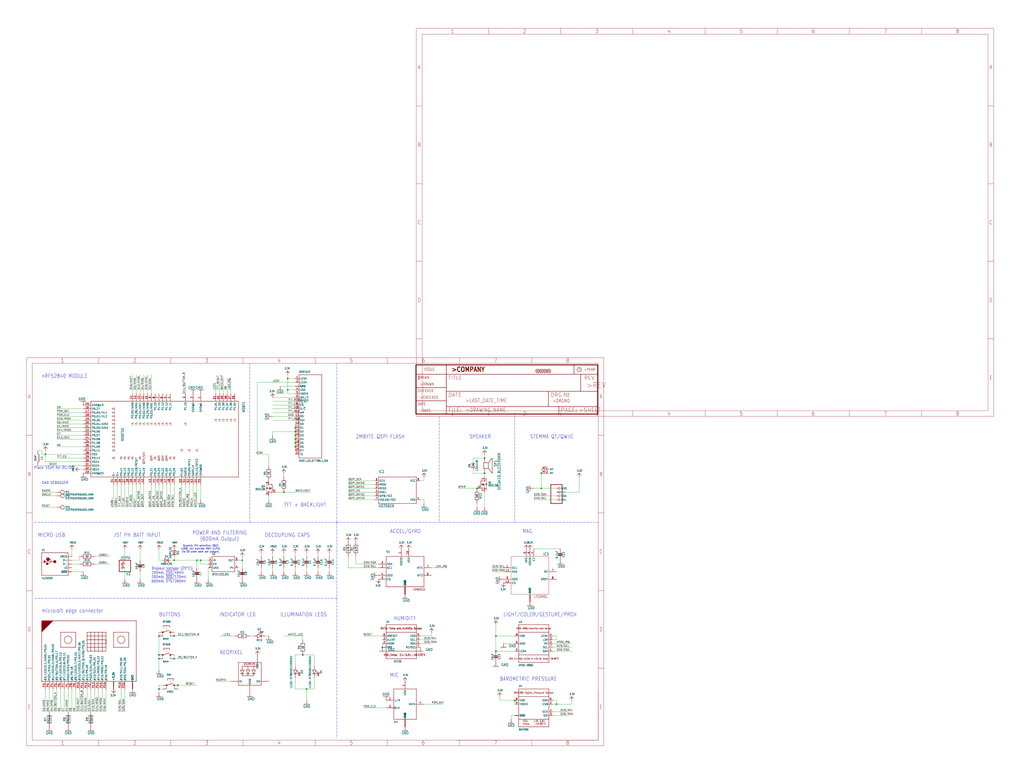
<source format=kicad_sch>
(kicad_sch (version 20211123) (generator eeschema)
  (paper "User" 687.07 520.141)
  (junction (at 320.04 327.66))
  (junction (at 162.56 375.92))
  (junction (at 205.74 462.28))
  (junction (at 363.22 317.5))
  (junction (at 332.74 436.88))
  (junction (at 345.44 469.9))
  (junction (at 198.12 294.64))
  (junction (at 119.38 459.74))
  (junction (at 198.12 289.56))
  (junction (at 198.12 299.72))
  (junction (at 325.12 307.34))
  (junction (at 325.12 317.5))
  (junction (at 193.04 254))
  (junction (at 106.68 426.72))
  (junction (at 198.12 287.02))
  (junction (at 198.12 292.1))
  (junction (at 106.68 462.28))
  (junction (at 198.12 297.18))
  (junction (at 30.48 304.8))
  (junction (at 106.68 441.96))
  (junction (at 116.84 375.92))
  (junction (at 190.5 330.2))
  (junction (at 203.2 439.42))
  (junction (at 132.08 375.92))
  (junction (at 134.62 375.92))
  (junction (at 363.22 327.66))
  (junction (at 116.84 441.96))
  (junction (at 193.04 261.62))
  (junction (at 256.54 434.34))
  (junction (at 116.84 426.72))
  (junction (at 373.38 472.44))
  (junction (at 106.68 439.42))
  (junction (at 332.74 426.72))
  (wire (pts (xy 198.12 292.1) (xy 198.12 294.64)))
  (wire (pts (xy 205.74 462.28) (xy 210.82 462.28)))
  (wire (pts (xy 106.68 441.96) (xy 106.68 449.58)))
  (wire (pts (xy 71.12 462.28) (xy 71.12 477.52)))
  (wire (pts (xy 50.8 462.28) (xy 50.8 477.52)))
  (wire (pts (xy 251.46 325.12) (xy 233.68 325.12)))
  (wire (pts (xy 101.6 264.16) (xy 101.6 251.46)))
  (wire (pts (xy 55.88 309.88) (xy 30.48 309.88)))
  (wire (pts (xy 259.08 474.98) (xy 243.84 474.98)))
  (wire (pts (xy 233.68 327.66) (xy 251.46 327.66)))
  (wire (pts (xy 48.26 462.28) (xy 48.26 477.52)))
  (wire (pts (xy 106.68 462.28) (xy 106.68 464.82)))
  (wire (pts (xy 106.68 375.92) (xy 106.68 368.3)))
  (wire (pts (xy 317.5 314.96) (xy 317.5 317.5)))
  (wire (pts (xy 99.06 264.16) (xy 99.06 251.46)))
  (wire (pts (xy 83.82 462.28) (xy 83.82 477.52)))
  (wire (pts (xy 284.48 335.28) (xy 284.48 337.82)))
  (wire (pts (xy 182.88 281.94) (xy 198.12 281.94)))
  (wire (pts (xy 55.88 312.42) (xy 25.4 312.42)))
  (wire (pts (xy 109.22 459.74) (xy 106.68 459.74)))
  (wire (pts (xy 53.34 462.28) (xy 53.34 477.52)))
  (wire (pts (xy 370.84 477.52) (xy 381 477.52)))
  (wire (pts (xy 132.08 375.92) (xy 134.62 375.92)))
  (wire (pts (xy 254 378.46) (xy 238.76 378.46)))
  (wire (pts (xy 182.88 381) (xy 182.88 383.54)))
  (wire (pts (xy 332.74 436.88) (xy 332.74 426.72)))
  (wire (pts (xy 198.12 279.4) (xy 182.88 279.4)))
  (wire (pts (xy 121.92 325.12) (xy 121.92 340.36)))
  (wire (pts (xy 124.46 325.12) (xy 124.46 340.36)))
  (wire (pts (xy 81.28 462.28) (xy 81.28 477.52)))
  (wire (pts (xy 180.34 426.72) (xy 177.8 426.72)))
  (wire (pts (xy 78.74 325.12) (xy 78.74 340.36)))
  (wire (pts (xy 116.84 426.72) (xy 129.54 426.72)))
  (wire (pts (xy 383.54 434.34) (xy 370.84 434.34)))
  (wire (pts (xy 132.08 325.12) (xy 132.08 340.36)))
  (wire (pts (xy 198.12 462.28) (xy 205.74 462.28)))
  (wire (pts (xy 109.22 375.92) (xy 106.68 375.92)))
  (wire (pts (xy 160.02 375.92) (xy 162.56 375.92)))
  (wire (pts (xy 203.2 426.72) (xy 190.5 426.72)))
  (wire (pts (xy 91.44 264.16) (xy 91.44 251.46)))
  (wire (pts (xy 154.94 264.16) (xy 154.94 254)))
  (wire (pts (xy 116.84 439.42) (xy 116.84 441.96)))
  (wire (pts (xy 119.38 459.74) (xy 132.08 459.74)))
  (wire (pts (xy 55.88 281.94) (xy 38.1 281.94)))
  (wire (pts (xy 154.94 457.2) (xy 144.78 457.2)))
  (wire (pts (xy 320.04 340.36) (xy 320.04 337.82)))
  (wire (pts (xy 38.1 330.2) (xy 27.94 330.2)))
  (wire (pts (xy 134.62 375.92) (xy 134.62 378.46)))
  (wire (pts (xy 170.18 426.72) (xy 167.64 426.72)))
  (polyline (pts (xy 226.06 401.32) (xy 22.86 401.32)))
  (wire (pts (xy 109.22 325.12) (xy 109.22 340.36)))
  (wire (pts (xy 363.22 317.5) (xy 363.22 327.66)))
  (wire (pts (xy 55.88 292.1) (xy 38.1 292.1)))
  (wire (pts (xy 370.84 469.9) (xy 373.38 469.9)))
  (wire (pts (xy 289.56 426.72) (xy 289.56 424.18)))
  (wire (pts (xy 106.68 439.42) (xy 106.68 441.96)))
  (wire (pts (xy 139.7 378.46) (xy 134.62 378.46)))
  (wire (pts (xy 325.12 320.04) (xy 325.12 317.5)))
  (wire (pts (xy 180.34 335.28) (xy 180.34 332.74)))
  (wire (pts (xy 198.12 269.24) (xy 182.88 269.24)))
  (wire (pts (xy 144.78 264.16) (xy 144.78 256.54)))
  (wire (pts (xy 317.5 307.34) (xy 317.5 309.88)))
  (wire (pts (xy 48.26 368.3) (xy 48.26 373.38)))
  (wire (pts (xy 93.98 375.92) (xy 93.98 368.3)))
  (wire (pts (xy 104.14 340.36) (xy 104.14 325.12)))
  (wire (pts (xy 83.82 325.12) (xy 83.82 340.36)))
  (wire (pts (xy 30.48 309.88) (xy 30.48 304.8)))
  (wire (pts (xy 345.44 436.88) (xy 332.74 436.88)))
  (wire (pts (xy 337.82 381) (xy 330.2 381)))
  (wire (pts (xy 233.68 332.74) (xy 251.46 332.74)))
  (wire (pts (xy 116.84 424.18) (xy 116.84 426.72)))
  (wire (pts (xy 198.12 289.56) (xy 198.12 292.1)))
  (wire (pts (xy 43.18 462.28) (xy 43.18 477.52)))
  (wire (pts (xy 198.12 261.62) (xy 193.04 261.62)))
  (wire (pts (xy 342.9 480.06) (xy 342.9 482.6)))
  (wire (pts (xy 55.88 279.4) (xy 38.1 279.4)))
  (wire (pts (xy 198.12 383.54) (xy 198.12 381)))
  (wire (pts (xy 119.38 459.74) (xy 119.38 462.28)))
  (wire (pts (xy 345.44 426.72) (xy 332.74 426.72)))
  (polyline (pts (xy 226.06 350.52) (xy 226.06 401.32)))
  (wire (pts (xy 27.94 304.8) (xy 30.48 304.8)))
  (wire (pts (xy 373.38 429.26) (xy 370.84 429.26)))
  (wire (pts (xy 58.42 462.28) (xy 58.42 477.52)))
  (wire (pts (xy 53.34 375.92) (xy 53.34 373.38)))
  (wire (pts (xy 114.3 325.12) (xy 114.3 340.36)))
  (wire (pts (xy 281.94 429.26) (xy 289.56 429.26)))
  (polyline (pts (xy 167.64 350.52) (xy 226.06 350.52)))
  (wire (pts (xy 139.7 381) (xy 139.7 388.62)))
  (wire (pts (xy 198.12 294.64) (xy 198.12 297.18)))
  (wire (pts (xy 190.5 330.2) (xy 208.28 330.2)))
  (wire (pts (xy 55.88 274.32) (xy 38.1 274.32)))
  (wire (pts (xy 182.88 276.86) (xy 198.12 276.86)))
  (wire (pts (xy 55.88 289.56) (xy 38.1 289.56)))
  (wire (pts (xy 182.88 373.38) (xy 182.88 370.84)))
  (wire (pts (xy 198.12 259.08) (xy 187.96 259.08)))
  (wire (pts (xy 335.28 469.9) (xy 335.28 467.36)))
  (wire (pts (xy 317.5 317.5) (xy 325.12 317.5)))
  (wire (pts (xy 358.14 368.3) (xy 375.92 368.3)))
  (wire (pts (xy 233.68 381) (xy 254 381)))
  (wire (pts (xy 55.88 304.8) (xy 30.48 304.8)))
  (wire (pts (xy 198.12 266.7) (xy 182.88 266.7)))
  (wire (pts (xy 198.12 264.16) (xy 193.04 264.16)))
  (wire (pts (xy 38.1 340.36) (xy 27.94 340.36)))
  (wire (pts (xy 383.54 472.44) (xy 383.54 469.9)))
  (polyline (pts (xy 294.64 350.52) (xy 345.44 350.52)))
  (wire (pts (xy 55.88 284.48) (xy 38.1 284.48)))
  (wire (pts (xy 83.82 368.3) (xy 83.82 378.46)))
  (wire (pts (xy 213.36 383.54) (xy 213.36 381)))
  (wire (pts (xy 48.26 378.46) (xy 53.34 378.46)))
  (wire (pts (xy 233.68 373.38) (xy 233.68 381)))
  (wire (pts (xy 190.5 317.5) (xy 190.5 320.04)))
  (wire (pts (xy 96.52 264.16) (xy 96.52 251.46)))
  (wire (pts (xy 203.2 429.26) (xy 203.2 426.72)))
  (wire (pts (xy 88.9 325.12) (xy 88.9 340.36)))
  (wire (pts (xy 55.88 314.96) (xy 53.34 314.96)))
  (wire (pts (xy 172.72 256.54) (xy 172.72 304.8)))
  (wire (pts (xy 66.04 477.52) (xy 66.04 462.28)))
  (wire (pts (xy 175.26 381) (xy 175.26 383.54)))
  (wire (pts (xy 373.38 327.66) (xy 363.22 327.66)))
  (wire (pts (xy 73.66 378.46) (xy 63.5 378.46)))
  (wire (pts (xy 198.12 370.84) (xy 198.12 373.38)))
  (wire (pts (xy 182.88 289.56) (xy 182.88 292.1)))
  (wire (pts (xy 27.94 302.26) (xy 27.94 304.8)))
  (wire (pts (xy 373.38 472.44) (xy 383.54 472.44)))
  (wire (pts (xy 325.12 304.8) (xy 325.12 307.34)))
  (wire (pts (xy 284.48 472.44) (xy 297.18 472.44)))
  (wire (pts (xy 198.12 287.02) (xy 198.12 289.56)))
  (wire (pts (xy 256.54 431.8) (xy 256.54 434.34)))
  (wire (pts (xy 114.3 375.92) (xy 116.84 375.92)))
  (wire (pts (xy 93.98 383.54) (xy 93.98 388.62)))
  (wire (pts (xy 172.72 304.8) (xy 180.34 304.8)))
  (wire (pts (xy 83.82 388.62) (xy 83.82 381)))
  (wire (pts (xy 345.44 472.44) (xy 345.44 469.9)))
  (wire (pts (xy 345.44 431.8) (xy 337.82 431.8)))
  (polyline (pts (xy 294.64 279.4) (xy 294.64 350.52)))
  (wire (pts (xy 205.74 373.38) (xy 205.74 370.84)))
  (wire (pts (xy 233.68 330.2) (xy 251.46 330.2)))
  (wire (pts (xy 60.96 462.28) (xy 60.96 477.52)))
  (wire (pts (xy 332.74 426.72) (xy 332.74 419.1)))
  (wire (pts (xy 373.38 426.72) (xy 373.38 429.26)))
  (wire (pts (xy 30.48 304.8) (xy 30.48 302.26)))
  (wire (pts (xy 198.12 297.18) (xy 198.12 299.72)))
  (wire (pts (xy 55.88 462.28) (xy 55.88 477.52)))
  (wire (pts (xy 147.32 264.16) (xy 147.32 254)))
  (wire (pts (xy 198.12 284.48) (xy 198.12 287.02)))
  (wire (pts (xy 88.9 264.16) (xy 88.9 251.46)))
  (wire (pts (xy 373.38 332.74) (xy 358.14 332.74)))
  (wire (pts (xy 93.98 340.36) (xy 93.98 325.12)))
  (wire (pts (xy 33.02 462.28) (xy 33.02 477.52)))
  (wire (pts (xy 370.84 431.8) (xy 383.54 431.8)))
  (wire (pts (xy 325.12 307.34) (xy 317.5 307.34)))
  (wire (pts (xy 175.26 373.38) (xy 175.26 370.84)))
  (wire (pts (xy 106.68 459.74) (xy 106.68 462.28)))
  (wire (pts (xy 320.04 327.66) (xy 307.34 327.66)))
  (polyline (pts (xy 22.86 350.52) (xy 167.64 350.52)))
  (wire (pts (xy 157.48 426.72) (xy 147.32 426.72)))
  (wire (pts (xy 93.98 264.16) (xy 93.98 251.46)))
  (wire (pts (xy 289.56 381) (xy 299.72 381)))
  (wire (pts (xy 109.22 462.28) (xy 106.68 462.28)))
  (wire (pts (xy 388.62 330.2) (xy 388.62 320.04)))
  (wire (pts (xy 198.12 256.54) (xy 172.72 256.54)))
  (wire (pts (xy 205.74 381) (xy 205.74 383.54)))
  (wire (pts (xy 251.46 322.58) (xy 233.68 322.58)))
  (wire (pts (xy 129.54 325.12) (xy 129.54 340.36)))
  (wire (pts (xy 325.12 330.2) (xy 325.12 340.36)))
  (wire (pts (xy 281.94 335.28) (xy 284.48 335.28)))
  (wire (pts (xy 180.34 312.42) (xy 180.34 304.8)))
  (wire (pts (xy 55.88 307.34) (xy 38.1 307.34)))
  (wire (pts (xy 210.82 462.28) (xy 210.82 454.66)))
  (wire (pts (xy 48.26 383.54) (xy 55.88 383.54)))
  (wire (pts (xy 281.94 426.72) (xy 289.56 426.72)))
  (wire (pts (xy 73.66 373.38) (xy 63.5 373.38)))
  (wire (pts (xy 213.36 370.84) (xy 213.36 373.38)))
  (polyline (pts (xy 345.44 350.52) (xy 401.32 350.52)))
  (wire (pts (xy 116.84 373.38) (xy 116.84 375.92)))
  (wire (pts (xy 35.56 462.28) (xy 35.56 477.52)))
  (wire (pts (xy 370.84 472.44) (xy 373.38 472.44)))
  (wire (pts (xy 86.36 325.12) (xy 86.36 340.36)))
  (wire (pts (xy 284.48 322.58) (xy 284.48 320.04)))
  (wire (pts (xy 76.2 340.36) (xy 76.2 325.12)))
  (wire (pts (xy 55.88 294.64) (xy 38.1 294.64)))
  (wire (pts (xy 106.68 426.72) (xy 106.68 439.42)))
  (wire (pts (xy 358.14 335.28) (xy 373.38 335.28)))
  (wire (pts (xy 63.5 462.28) (xy 63.5 477.52)))
  (wire (pts (xy 363.22 314.96) (xy 363.22 317.5)))
  (wire (pts (xy 106.68 325.12) (xy 106.68 340.36)))
  (wire (pts (xy 205.74 462.28) (xy 205.74 469.9)))
  (wire (pts (xy 190.5 373.38) (xy 190.5 370.84)))
  (wire (pts (xy 198.12 254) (xy 193.04 254)))
  (wire (pts (xy 38.1 276.86) (xy 55.88 276.86)))
  (wire (pts (xy 330.2 383.54) (xy 337.82 383.54)))
  (wire (pts (xy 345.44 469.9) (xy 335.28 469.9)))
  (wire (pts (xy 149.86 264.16) (xy 149.86 254)))
  (wire (pts (xy 198.12 439.42) (xy 198.12 447.04)))
  (wire (pts (xy 132.08 375.92) (xy 132.08 381)))
  (wire (pts (xy 162.56 381) (xy 162.56 375.92)))
  (wire (pts (xy 111.76 325.12) (xy 111.76 340.36)))
  (wire (pts (xy 30.48 462.28) (xy 30.48 477.52)))
  (wire (pts (xy 96.52 340.36) (xy 96.52 325.12)))
  (wire (pts (xy 25.4 302.26) (xy 27.94 302.26)))
  (wire (pts (xy 373.38 469.9) (xy 373.38 472.44)))
  (wire (pts (xy 190.5 381) (xy 190.5 383.54)))
  (wire (pts (xy 193.04 254) (xy 193.04 251.46)))
  (wire (pts (xy 45.72 462.28) (xy 45.72 477.52)))
  (wire (pts (xy 370.84 426.72) (xy 373.38 426.72)))
  (wire (pts (xy 210.82 447.04) (xy 210.82 439.42)))
  (wire (pts (xy 281.94 322.58) (xy 284.48 322.58)))
  (wire (pts (xy 38.1 462.28) (xy 38.1 477.52)))
  (wire (pts (xy 124.46 264.16) (xy 124.46 256.54)))
  (wire (pts (xy 116.84 375.92) (xy 132.08 375.92)))
  (wire (pts (xy 81.28 325.12) (xy 81.28 340.36)))
  (wire (pts (xy 238.76 378.46) (xy 238.76 373.38)))
  (wire (pts (xy 256.54 426.72) (xy 243.84 426.72)))
  (wire (pts (xy 370.84 480.06) (xy 381 480.06)))
  (wire (pts (xy 198.12 454.66) (xy 198.12 462.28)))
  (wire (pts (xy 198.12 299.72) (xy 198.12 302.26)))
  (wire (pts (xy 193.04 261.62) (xy 193.04 254)))
  (wire (pts (xy 345.44 480.06) (xy 342.9 480.06)))
  (wire (pts (xy 152.4 264.16) (xy 152.4 254)))
  (wire (pts (xy 281.94 431.8) (xy 289.56 431.8)))
  (wire (pts (xy 116.84 441.96) (xy 129.54 441.96)))
  (wire (pts (xy 68.58 462.28) (xy 68.58 477.52)))
  (wire (pts (xy 220.98 381) (xy 220.98 383.54)))
  (wire (pts (xy 134.62 335.28) (xy 134.62 325.12)))
  (wire (pts (xy 116.84 325.12) (xy 116.84 340.36)))
  (polyline (pts (xy 226.06 401.32) (xy 226.06 495.3)))
  (wire (pts (xy 48.26 375.92) (xy 53.34 375.92)))
  (wire (pts (xy 198.12 289.56) (xy 182.88 289.56)))
  (wire (pts (xy 40.64 462.28) (xy 40.64 477.52)))
  (wire (pts (xy 38.1 287.02) (xy 55.88 287.02)))
  (wire (pts (xy 127 325.12) (xy 127 340.36)))
  (polyline (pts (xy 226.06 350.52) (xy 294.64 350.52)))
  (wire (pts (xy 193.04 264.16) (xy 193.04 261.62)))
  (wire (pts (xy 162.56 375.92) (xy 162.56 373.38)))
  (wire (pts (xy 101.6 340.36) (xy 101.6 325.12)))
  (wire (pts (xy 220.98 370.84) (xy 220.98 373.38)))
  (wire (pts (xy 106.68 424.18) (xy 106.68 426.72)))
  (wire (pts (xy 198.12 274.32) (xy 182.88 274.32)))
  (wire (pts (xy 91.44 325.12) (xy 91.44 340.36)))
  (wire (pts (xy 182.88 271.78) (xy 198.12 271.78)))
  (wire (pts (xy 55.88 299.72) (xy 38.1 299.72)))
  (wire (pts (xy 383.54 436.88) (xy 370.84 436.88)))
  (wire (pts (xy 373.38 330.2) (xy 388.62 330.2)))
  (wire (pts (xy 134.62 375.92) (xy 139.7 375.92)))
  (wire (pts (xy 210.82 439.42) (xy 203.2 439.42)))
  (wire (pts (xy 233.68 335.28) (xy 251.46 335.28)))
  (polyline (pts (xy 345.44 276.86) (xy 345.44 350.52)))
  (wire (pts (xy 185.42 330.2) (xy 190.5 330.2)))
  (polyline (pts (xy 167.64 350.52) (xy 167.64 243.84)))
  (polyline (pts (xy 226.06 350.52) (xy 226.06 243.84)))
  (wire (pts (xy 363.22 327.66) (xy 358.14 327.66)))
  (wire (pts (xy 27.94 332.74) (xy 38.1 332.74)))
  (wire (pts (xy 203.2 439.42) (xy 198.12 439.42)))
  (text "micro:bit edge connector" (at 27.94 411.48 180) (effects (font (size 2.54 2.159)) (justify left bottom)))
  (text "POWER AND FILTERING\n(600mA Output)" (at 147.32 363.22 180) (effects (font (size 2.54 2.159)) (justify bottom)))
  (text "BUTTONS" (at 106.68 414.02 180) (effects (font (size 2.54 2.159)) (justify left bottom)))
  (text "ACCEL/GYRO" (at 261.62 358.14 180) (effects (font (size 2.54 2.159)) (justify left bottom)))
  (text "INDICATOR LED" (at 147.32 414.02 180) (effects (font (size 2.54 2.159)) (justify left bottom)))
  (text "nRF52840 MODULE" (at 27.94 254 180) (effects (font (size 2.54 2.159)) (justify left bottom)))
  (text "NEOPIXEL" (at 147.32 439.42 180) (effects (font (size 2.54 2.159)) (justify left bottom)))
  (text "SPEAKER" (at 314.96 294.64 180) (effects (font (size 2.54 2.159)) (justify left bottom)))
  (text "JST PH BATT INPUT" (at 76.2 360.68 180) (effects (font (size 2.54 2.159)) (justify left bottom)))
  (text "MAG" (at 350.52 358.14 180) (effects (font (size 2.54 2.159)) (justify left bottom)))
  (text "STEMMA QT/QWIIC" (at 355.6 294.64 180) (effects (font (size 2.54 2.159)) (justify left bottom)))
  (text "DECOUPLING CAPS" (at 177.8 360.68 180) (effects (font (size 2.54 2.159)) (justify left bottom)))
  (text "MICRO USB" (at 25.4 360.68 180) (effects (font (size 2.54 2.159)) (justify left bottom)))
  (text "LIGHT/COLOR/GESTURE/PROX" (at 337.82 414.02 180) (effects (font (size 2.54 2.159)) (justify left bottom)))
  (text "MIC" (at 261.62 454.66 180) (effects (font (size 2.54 2.159)) (justify left bottom)))
  (text "Dynamic VIN selection: VBUS\n(USB) will override VBAT (LIPO)\nvia D5 when both are present." (at 134.62 368.3 0) (effects (font (size 1.27 1.0795))))
  (text "HUMIDITY" (at 264.16 416.56 180) (effects (font (size 2.54 2.159)) (justify left bottom)))
  (text "SWD DEBUGGER" (at 27.94 325.12 180) (effects (font (size 1.778 1.5113)) (justify left bottom)))
  (text "ILLUMINATION LEDS" (at 187.96 414.02 180) (effects (font (size 2.54 2.159)) (justify left bottom)))
  (text "TFT + BACKLIGHT" (at 190.5 340.36 180) (effects (font (size 2.54 2.159)) (justify left bottom)))
  (text "BAROMETRIC PRESSURE" (at 335.28 457.2 180) (effects (font (size 2.54 2.159)) (justify left bottom)))
  (text "Dropout Voltage (25°C):\n100mA: ~{250/}40mV\n300mA: ~{300/}125mV\n600mA: ~{375/}260mV" (at 101.6 391.16 0) (effects (font (size 1.778 1.5113)) (justify left bottom)))
  (text "2MBYTE QSPI FLASH" (at 238.76 294.64 180) (effects (font (size 2.54 2.159)) (justify left bottom)))
  (text "Place 10uH for DC/DC" (at 22.86 314.96 180) (effects (font (size 1.778 1.5113)) (justify left bottom)))
  (label "D20/SDA" (at 243.84 378.46 0) (effects (font (size 1.2446 1.2446))))
  (label "QSPI_DATA1" (at 109.22 340.36 90) (effects (font (size 1.2446 1.2446))))
  (label "D14/MISO" (at 38.1 289.56 0) (effects (font (size 1.2446 1.2446))))
  (label "TFT_MOSI" (at 88.9 340.36 90) (effects (font (size 1.2446 1.2446))))
  (label "RESET" (at 243.84 426.72 0) (effects (font (size 1.2446 1.2446))))
  (label "RESET" (at 27.94 340.36 0) (effects (font (size 1.2446 1.2446))))
  (label "SPKR" (at 111.76 340.36 90) (effects (font (size 1.2446 1.2446))))
  (label "GND" (at 193.04 279.4 0) (effects (font (size 1.2446 1.2446))))
  (label "TFT_DC" (at 193.04 276.86 0) (effects (font (size 1.2446 1.2446))))
  (label "D19/SCL" (at 375.92 477.52 0) (effects (font (size 1.2446 1.2446))))
  (label "RESET" (at 91.44 340.36 90) (effects (font (size 1.2446 1.2446))))
  (label "D10/AIN7" (at 53.34 477.52 90) (effects (font (size 1.2446 1.2446))))
  (label "D12/AIN0" (at 58.42 477.52 90) (effects (font (size 1.2446 1.2446))))
  (label "QSPI_SCK" (at 233.68 322.58 0) (effects (font (size 1.2446 1.2446))))
  (label "SWDIO" (at 124.46 340.36 90) (effects (font (size 1.2446 1.2446))))
  (label "QSPI_DATA1" (at 233.68 327.66 0) (effects (font (size 1.2446 1.2446))))
  (label "D19/SCL" (at 373.38 434.34 0) (effects (font (size 1.2446 1.2446))))
  (label "QSPI_DATA3" (at 233.68 335.28 0) (effects (font (size 1.2446 1.2446))))
  (label "RESET" (at 124.46 459.74 0) (effects (font (size 1.2446 1.2446))))
  (label "D20/SDA" (at 358.14 332.74 0) (effects (font (size 1.2446 1.2446))))
  (label "PDM_DAT" (at 289.56 472.44 0) (effects (font (size 1.2446 1.2446))))
  (label "D11/BUTTON_B" (at 55.88 477.52 90) (effects (font (size 1.2446 1.2446))))
  (label "TFT_CS" (at 193.04 271.78 0) (effects (font (size 1.2446 1.2446))))
  (label "PDM_DAT" (at 38.1 276.86 0) (effects (font (size 1.2446 1.2446))))
  (label "D4/AIN6" (at 96.52 261.62 90) (effects (font (size 1.2446 1.2446))))
  (label "D8" (at 48.26 477.52 90) (effects (font (size 1.2446 1.2446))))
  (label "LSM_IRQ" (at 292.1 381 0) (effects (font (size 1.2446 1.2446))))
  (label "D15/MOSI" (at 68.58 477.52 90) (effects (font (size 1.2446 1.2446))))
  (label "USBD-" (at 76.2 340.36 90) (effects (font (size 1.2446 1.2446))))
  (label "QSPI_DATA3" (at 101.6 340.36 90) (effects (font (size 1.2446 1.2446))))
  (label "D0/AIN2" (at 38.1 284.48 0) (effects (font (size 1.2446 1.2446))))
  (label "TFT_CS" (at 38.1 307.34 0) (effects (font (size 1.2446 1.2446))))
  (label "TFT_RESET" (at 193.04 269.24 0) (effects (font (size 1.2446 1.2446))))
  (label "QSPI_CS" (at 104.14 340.36 90) (effects (font (size 1.2446 1.2446))))
  (label "D6" (at 40.64 477.52 90) (effects (font (size 1.2446 1.2446))))
  (label "D19/SCL" (at 81.28 477.52 90) (effects (font (size 1.2446 1.2446))))
  (label "D7" (at 43.18 477.52 90) (effects (font (size 1.2446 1.2446))))
  (label "D13/SCK" (at 38.1 294.64 0) (effects (font (size 1.2446 1.2446))))
  (label "D9" (at 38.1 274.32 0) (effects (font (size 1.2446 1.2446))))
  (label "D11/BUTTON_B" (at 119.38 426.72 0) (effects (font (size 1.2446 1.2446))))
  (label "D20/SDA" (at 83.82 477.52 90) (effects (font (size 1.2446 1.2446))))
  (label "SWDIO" (at 27.94 330.2 0) (effects (font (size 1.2446 1.2446))))
  (label "BACKLIGHT" (at 149.86 261.62 90) (effects (font (size 1.2446 1.2446))))
  (label "QSPI_DATA2" (at 106.68 340.36 90) (effects (font (size 1.2446 1.2446))))
  (label "NEOPIX" (at 144.78 457.2 0) (effects (font (size 1.2446 1.2446))))
  (label "TFT_SCK" (at 193.04 274.32 0) (effects (font (size 1.2446 1.2446))))
  (label "TFT_RESET" (at 147.32 261.62 90) (effects (font (size 1.2446 1.2446))))
  (label "D20/SDA" (at 114.3 340.36 90) (effects (font (size 1.2446 1.2446))))
  (label "D3/AIN5" (at 91.44 261.62 90) (effects (font (size 1.2446 1.2446))))
  (label "SWCLK" (at 129.54 340.36 90) (effects (font (size 1.2446 1.2446))))
  (label "D9" (at 50.8 477.52 90) (effects (font (size 1.2446 1.2446))))
  (label "QSPI_DATA2" (at 233.68 332.74 0) (effects (font (size 1.2446 1.2446))))
  (label "D16/AIN1" (at 71.12 477.52 90) (effects (font (size 1.2446 1.2446))))
  (label "D13/SCK" (at 63.5 477.52 90) (effects (font (size 1.2446 1.2446))))
  (label "D1/AIN3" (at 38.1 287.02 0) (effects (font (size 1.2446 1.2446))))
  (label "TFT_SCK" (at 81.28 340.36 90) (effects (font (size 1.2446 1.2446))))
  (label "USBD-" (at 66.04 378.46 0) (effects (font (size 1.2446 1.2446))))
  (label "QSPI_DATA0" (at 93.98 340.36 90) (effects (font (size 1.2446 1.2446))))
  (label "D20/SDA" (at 375.92 480.06 0) (effects (font (size 1.2446 1.2446))))
  (label "D7" (at 38.1 292.1 0) (effects (font (size 1.2446 1.2446))))
  (label "D19/SCL" (at 358.14 335.28 0) (effects (font (size 1.2446 1.2446))))
  (label "D8" (at 152.4 261.62 90) (effects (font (size 1.2446 1.2446))))
  (label "D4/AIN6" (at 35.56 477.52 90) (effects (font (size 1.2446 1.2446))))
  (label "D19/SCL" (at 116.84 340.36 90) (effects (font (size 1.2446 1.2446))))
  (label "APDS_IRQ" (at 373.38 431.8 0) (effects (font (size 1.2446 1.2446))))
  (label "D12/AIN0" (at 93.98 261.62 90) (effects (font (size 1.2446 1.2446))))
  (label "LEDK" (at 182.88 256.54 0) (effects (font (size 1.2446 1.2446))))
  (label "D19/SCL" (at 330.2 381 0) (effects (font (size 1.2446 1.2446))))
  (label "D19/SCL" (at 243.84 381 0) (effects (font (size 1.2446 1.2446))))
  (label "D11/BUTTON_B" (at 124.46 264.16 90) (effects (font (size 1.2446 1.2446))))
  (label "LEDK" (at 176.53 304.8 180) (effects (font (size 1.2446 1.2446))))
  (label "D10/AIN7" (at 88.9 261.62 90) (effects (font (size 1.2446 1.2446))))
  (label "D20/SDA" (at 373.38 436.88 0) (effects (font (size 1.2446 1.2446))))
  (label "D0/AIN2" (at 33.02 477.52 90) (effects (font (size 1.2446 1.2446))))
  (label "D15/MOSI" (at 38.1 281.94 0) (effects (font (size 1.2446 1.2446))))
  (label "SPKR" (at 307.34 327.66 0) (effects (font (size 1.2446 1.2446))))
  (label "D6" (at 38.1 299.72 0) (effects (font (size 1.2446 1.2446))))
  (label "D1/AIN3" (at 45.72 477.52 90) (effects (font (size 1.2446 1.2446))))
  (label "USBD+" (at 78.74 340.36 90) (effects (font (size 1.2446 1.2446))))
  (label "QSPI_DATA0" (at 233.68 325.12 0) (effects (font (size 1.2446 1.2446))))
  (label "D14/MISO" (at 66.04 477.52 90) (effects (font (size 1.2446 1.2446))))
  (label "WHITE_LED" (at 203.2 426.72 180) (effects (font (size 1.2446 1.2446))))
  (label "D19/SCL" (at 284.48 429.26 0) (effects (font (size 1.2446 1.2446))))
  (label "D16/AIN1" (at 99.06 261.62 90) (effects (font (size 1.2446 1.2446))))
  (label "D5/BUTTON_A" (at 119.38 441.96 0) (effects (font (size 1.2446 1.2446))))
  (label "D2/AIN4" (at 60.96 477.52 90) (effects (font (size 1.2446 1.2446))))
  (label "APDS_IRQ" (at 127 340.36 90) (effects (font (size 1.2446 1.2446))))
  (label "WHITE_LED" (at 132.08 340.36 90) (effects (font (size 1.2446 1.2446))))
  (label "QSPI_SCK" (at 96.52 340.36 90) (effects (font (size 1.2446 1.2446))))
  (label "D5/BUTTON_A" (at 38.1 477.52 90) (effects (font (size 1.2446 1.2446))))
  (label "D3/AIN5" (at 30.48 477.52 90) (effects (font (size 1.2446 1.2446))))
  (label "USBD+" (at 66.04 373.38 0) (effects (font (size 1.2446 1.2446))))
  (label "NEOPIX" (at 86.36 340.36 90) (effects (font (size 1.2446 1.2446))))
  (label "QSPI_CS" (at 233.68 330.2 0) (effects (font (size 1.2446 1.2446))))
  (label "LED1" (at 149.86 426.72 0) (effects (font (size 1.2446 1.2446))))
  (label "TFT_MOSI" (at 193.04 281.94 0) (effects (font (size 1.2446 1.2446))))
  (label "BACKLIGHT" (at 208.28 330.2 180) (effects (font (size 1.2446 1.2446))))
  (label "LED1" (at 144.78 261.62 90) (effects (font (size 1.2446 1.2446))))
  (label "PDM_CLK" (at 243.84 474.98 0) (effects (font (size 1.2446 1.2446))))
  (label "D2/AIN4" (at 101.6 261.62 90) (effects (font (size 1.2446 1.2446))))
  (label "D5/BUTTON_A" (at 121.92 340.36 90) (effects (font (size 1.2446 1.2446))))
  (label "D20/SDA" (at 284.48 431.8 0) (effects (font (size 1.2446 1.2446))))
  (label "D20/SDA" (at 330.2 383.54 0) (effects (font (size 1.2446 1.2446))))
  (label "PDM_CLK" (at 38.1 279.4 0) (effects (font (size 1.2446 1.2446))))
  (label "TFT_DC" (at 83.82 340.36 90) (effects (font (size 1.2446 1.2446))))
  (label "LSM_IRQ" (at 154.94 261.62 90) (effects (font (size 1.2446 1.2446))))
  (label "DCCH" (at 33.02 312.42 0) (effects (font (size 1.2446 1.2446))))
  (label "SWCLK" (at 27.94 332.74 0) (effects (font (size 1.2446 1.2446))))
  (symbol (lib_id "eagleSchem-eagle-import:LSM6DS33") (at 271.78 383.54 0) (unit 1)
    (property "Reference" "IC1" (at 259.08 370.84 0) (effects (font (size 1.27 1.0795)) (justify left bottom)))
    (property "Value" "LSM6DS33" (effects hide))
    (property "Footprint" "eagleSchem:LGA16_3X3MM" (effects hide))
  )
  (symbol (lib_id "eagleSchem-eagle-import:FIDUCIAL_1MM") (at 360.68 248.92 90) (unit 1)
    (property "Reference" "FID4" (effects hide))
    (property "Value" "FIDUCIAL_1MM" (effects hide))
    (property "Footprint" "eagleSchem:FIDUCIAL_1MM" (effects hide))
  )
  (symbol (lib_id "eagleSchem-eagle-import:MOSFET-NWIDE") (at 322.58 325.12 0) (unit 1)
    (property "Reference" "Q1" (at 327.66 324.485 0) (effects (font (size 1.27 1.0795)) (justify left bottom)))
    (property "Value" "BSS138" (at 327.66 326.39 0) (effects (font (size 1.27 1.0795)) (justify left bottom)))
    (property "Footprint" "eagleSchem:SOT23-WIDE" (effects hide))
  )
  (symbol (lib_id "eagleSchem-eagle-import:CAP_CERAMIC0603_NO") (at 190.5 375.92 180) (unit 1)
    (property "Reference" "C3" (at 192.79 377.17 90))
    (property "Value" "0.1uF" (at 188.2 377.17 90))
    (property "Footprint" "eagleSchem:0603-NO" (effects hide))
  )
  (symbol (lib_id "eagleSchem-eagle-import:GND") (at 198.12 386.08 0) (unit 1)
    (property "Reference" "#U$8" (effects hide))
    (property "Value" "GND" (at 196.596 388.62 0) (effects (font (size 1.778 1.5113)) (justify left bottom)))
    (property "Footprint" "eagleSchem:" (effects hide))
  )
  (symbol (lib_id "eagleSchem-eagle-import:GND") (at 271.78 401.32 0) (unit 1)
    (property "Reference" "#U$26" (effects hide))
    (property "Value" "GND" (at 270.256 403.86 0) (effects (font (size 1.778 1.5113)) (justify left bottom)))
    (property "Footprint" "eagleSchem:" (effects hide))
  )
  (symbol (lib_id "eagleSchem-eagle-import:RESISTOR_0603_NOOUT") (at 320.04 332.74 270) (unit 1)
    (property "Reference" "R12" (at 322.58 332.74 0))
    (property "Value" "10K" (at 320.04 332.74 0) (effects (font (size 1.016 1.016) bold)))
    (property "Footprint" "eagleSchem:0603-NO" (effects hide))
  )
  (symbol (lib_id "eagleSchem-eagle-import:INDUCTOR_0805MP") (at 25.4 307.34 270) (unit 1)
    (property "Reference" "L1" (at 27.94 307.34 0))
    (property "Value" "DNP" (at 23.86 307.34 0))
    (property "Footprint" "eagleSchem:_0805MP" (effects hide))
  )
  (symbol (lib_id "eagleSchem-eagle-import:DIODE-SCHOTTKYSOD-123") (at 111.76 375.92 0) (unit 1)
    (property "Reference" "D1" (at 111.76 373.38 0))
    (property "Value" "MBR120" (at 111.76 378.42 0))
    (property "Footprint" "eagleSchem:SOD-123" (effects hide))
  )
  (symbol (lib_id "eagleSchem-eagle-import:SPIFLASH_8PIN") (at 266.7 330.2 0) (unit 1)
    (property "Reference" "IC2" (at 254 317.5 0) (effects (font (size 1.778 1.5113)) (justify left bottom)))
    (property "Value" "GD25Q16" (at 254 340.36 0) (effects (font (size 1.778 1.5113)) (justify left bottom)))
    (property "Footprint" "eagleSchem:SOIC8_150MIL" (effects hide))
  )
  (symbol (lib_id "eagleSchem-eagle-import:3.3V") (at 213.36 368.3 0) (unit 1)
    (property "Reference" "#U$69" (effects hide))
    (property "Value" "3.3V" (at 211.836 367.284 0) (effects (font (size 1.27 1.0795)) (justify left bottom)))
    (property "Footprint" "eagleSchem:" (effects hide))
  )
  (symbol (lib_id "eagleSchem-eagle-import:STEMMA_I2C_QT") (at 363.22 317.5 0) (unit 3)
    (property "Reference" "CONN1" (effects hide))
    (property "Value" "STEMMA_I2C_QT" (effects hide))
    (property "Footprint" "eagleSchem:JST_SH4" (effects hide))
  )
  (symbol (lib_id "eagleSchem-eagle-import:3.3V") (at 269.24 365.76 0) (unit 1)
    (property "Reference" "#U$12" (effects hide))
    (property "Value" "3.3V" (at 267.716 364.744 0) (effects (font (size 1.27 1.0795)) (justify left bottom)))
    (property "Footprint" "eagleSchem:" (effects hide))
  )
  (symbol (lib_id "eagleSchem-eagle-import:3.3V") (at 325.12 302.26 0) (unit 1)
    (property "Reference" "#U$17" (effects hide))
    (property "Value" "3.3V" (at 323.596 301.244 0) (effects (font (size 1.27 1.0795)) (justify left bottom)))
    (property "Footprint" "eagleSchem:" (effects hide))
  )
  (symbol (lib_id "eagleSchem-eagle-import:RESISTOR_0603_NOOUT") (at 60.96 482.6 90) (unit 1)
    (property "Reference" "R9" (at 58.42 482.6 0))
    (property "Value" "1Mohm" (at 60.96 482.6 0) (effects (font (size 1.016 1.016) bold)))
    (property "Footprint" "eagleSchem:0603-NO" (effects hide))
  )
  (symbol (lib_id "eagleSchem-eagle-import:GND") (at 342.9 485.14 0) (mirror y) (unit 1)
    (property "Reference" "#GND1" (effects hide))
    (property "Value" "GND" (at 345.44 487.68 0) (effects (font (size 1.778 1.5113)) (justify left bottom)))
    (property "Footprint" "eagleSchem:" (effects hide))
  )
  (symbol (lib_id "eagleSchem-eagle-import:GND") (at 335.28 388.62 270) (unit 1)
    (property "Reference" "#U$28" (effects hide))
    (property "Value" "GND" (at 332.74 387.096 0) (effects (font (size 1.778 1.5113)) (justify left bottom)))
    (property "Footprint" "eagleSchem:" (effects hide))
  )
  (symbol (lib_id "eagleSchem-eagle-import:STEMMA_I2C_QT") (at 373.38 332.74 0) (unit 1)
    (property "Reference" "CONN1" (effects hide))
    (property "Value" "STEMMA_I2C_QT" (effects hide))
    (property "Footprint" "eagleSchem:JST_SH4" (effects hide))
  )
  (symbol (lib_id "eagleSchem-eagle-import:CAP_CERAMIC0805-NOOUTLINE") (at 332.74 439.42 180) (unit 1)
    (property "Reference" "C13" (at 335.03 440.67 90))
    (property "Value" "10uF" (at 330.44 440.67 90))
    (property "Footprint" "eagleSchem:0805-NO" (effects hide))
  )
  (symbol (lib_id "eagleSchem-eagle-import:FIDUCIAL_1MM") (at 363.22 248.92 90) (unit 1)
    (property "Reference" "FID1" (effects hide))
    (property "Value" "FIDUCIAL_1MM" (effects hide))
    (property "Footprint" "eagleSchem:FIDUCIAL_1MM" (effects hide))
  )
  (symbol (lib_id "eagleSchem-eagle-import:GND") (at 355.6 327.66 270) (unit 1)
    (property "Reference" "#U$66" (effects hide))
    (property "Value" "GND" (at 353.06 326.136 0) (effects (font (size 1.778 1.5113)) (justify left bottom)))
    (property "Footprint" "eagleSchem:" (effects hide))
  )
  (symbol (lib_id "eagleSchem-eagle-import:3.3V") (at 30.48 299.72 0) (unit 1)
    (property "Reference" "#U$47" (effects hide))
    (property "Value" "3.3V" (at 28.956 298.704 0) (effects (font (size 1.27 1.0795)) (justify left bottom)))
    (property "Footprint" "eagleSchem:" (effects hide))
  )
  (symbol (lib_id "eagleSchem-eagle-import:GND") (at 220.98 386.08 0) (unit 1)
    (property "Reference" "#U$73" (effects hide))
    (property "Value" "GND" (at 219.456 388.62 0) (effects (font (size 1.778 1.5113)) (justify left bottom)))
    (property "Footprint" "eagleSchem:" (effects hide))
  )
  (symbol (lib_id "eagleSchem-eagle-import:RESISTOR_0603_NOOUT") (at 33.02 482.6 90) (unit 1)
    (property "Reference" "R7" (at 30.48 482.6 0))
    (property "Value" "1Mohm" (at 33.02 482.6 0) (effects (font (size 1.016 1.016) bold)))
    (property "Footprint" "eagleSchem:0603-NO" (effects hide))
  )
  (symbol (lib_id "eagleSchem-eagle-import:3.3V") (at 175.26 368.3 0) (unit 1)
    (property "Reference" "#U$22" (effects hide))
    (property "Value" "3.3V" (at 173.736 367.284 0) (effects (font (size 1.27 1.0795)) (justify left bottom)))
    (property "Footprint" "eagleSchem:" (effects hide))
  )
  (symbol (lib_id "eagleSchem-eagle-import:GND") (at 190.5 386.08 0) (unit 1)
    (property "Reference" "#U$34" (effects hide))
    (property "Value" "GND" (at 188.976 388.62 0) (effects (font (size 1.778 1.5113)) (justify left bottom)))
    (property "Footprint" "eagleSchem:" (effects hide))
  )
  (symbol (lib_id "eagleSchem-eagle-import:TESTPOINTROUND1.5MM") (at 38.1 332.74 270) (unit 1)
    (property "Reference" "TP2" (at 43.688 332.74 90) (effects (font (size 1.27 1.0795)) (justify left)))
    (property "Value" "TESTPOINTROUND1.5MM" (at 43.688 334.391 90) (effects (font (size 1.27 1.0795)) (justify left)))
    (property "Footprint" "eagleSchem:TESTPOINT_ROUND_1.5MM" (effects hide))
  )
  (symbol (lib_id "eagleSchem-eagle-import:CAP_CERAMIC0603_NO") (at 198.12 375.92 180) (unit 1)
    (property "Reference" "C11" (at 200.41 377.17 90))
    (property "Value" "0.1uF" (at 195.82 377.17 90))
    (property "Footprint" "eagleSchem:0603-NO" (effects hide))
  )
  (symbol (lib_id "eagleSchem-eagle-import:3.3V") (at 198.12 368.3 0) (unit 1)
    (property "Reference" "#U$1" (effects hide))
    (property "Value" "3.3V" (at 196.596 367.284 0) (effects (font (size 1.27 1.0795)) (justify left bottom)))
    (property "Footprint" "eagleSchem:" (effects hide))
  )
  (symbol (lib_id "eagleSchem-eagle-import:3.3V") (at 172.72 436.88 0) (unit 1)
    (property "Reference" "#U$59" (effects hide))
    (property "Value" "3.3V" (at 171.196 435.864 0) (effects (font (size 1.27 1.0795)) (justify left bottom)))
    (property "Footprint" "eagleSchem:" (effects hide))
  )
  (symbol (lib_id "eagleSchem-eagle-import:GND") (at 355.6 406.4 0) (unit 1)
    (property "Reference" "#U$27" (effects hide))
    (property "Value" "GND" (at 354.076 408.94 0) (effects (font (size 1.778 1.5113)) (justify left bottom)))
    (property "Footprint" "eagleSchem:" (effects hide))
  )
  (symbol (lib_id "eagleSchem-eagle-import:RESISTOR_0603_NOOUT") (at 162.56 426.72 0) (unit 1)
    (property "Reference" "R2" (at 162.56 424.18 0))
    (property "Value" "1K" (at 162.56 426.72 0) (effects (font (size 1.016 1.016) bold)))
    (property "Footprint" "eagleSchem:0603-NO" (effects hide))
  )
  (symbol (lib_id "eagleSchem-eagle-import:LEDEV45-21") (at 210.82 452.12 270) (unit 1)
    (property "Reference" "D4" (at 215.265 450.85 0))
    (property "Value" "L130-5780001400001" (at 208.026 450.85 0))
    (property "Footprint" "eagleSchem:EVERLIGHT_45-21" (effects hide))
  )
  (symbol (lib_id "eagleSchem-eagle-import:GND") (at 205.74 472.44 0) (mirror y) (unit 1)
    (property "Reference" "#GND9" (effects hide))
    (property "Value" "GND" (at 208.28 474.98 0) (effects (font (size 1.778 1.5113)) (justify left bottom)))
    (property "Footprint" "eagleSchem:" (effects hide))
  )
  (symbol (lib_id "eagleSchem-eagle-import:GND") (at 129.54 261.62 180) (unit 1)
    (property "Reference" "#U$51" (effects hide))
    (property "Value" "GND" (at 131.064 259.08 0) (effects (font (size 1.778 1.5113)) (justify left bottom)))
    (property "Footprint" "eagleSchem:" (effects hide))
  )
  (symbol (lib_id "eagleSchem-eagle-import:GND") (at 182.88 294.64 0) (mirror y) (unit 1)
    (property "Reference" "#GND7" (effects hide))
    (property "Value" "GND" (at 185.42 297.18 0) (effects (font (size 1.778 1.5113)) (justify left bottom)))
    (property "Footprint" "eagleSchem:" (effects hide))
  )
  (symbol (lib_id "eagleSchem-eagle-import:GND") (at 106.68 467.36 0) (unit 1)
    (property "Reference" "#U$2" (effects hide))
    (property "Value" "GND" (at 105.156 469.9 0) (effects (font (size 1.778 1.5113)) (justify left bottom)))
    (property "Footprint" "eagleSchem:" (effects hide))
  )
  (symbol (lib_id "eagleSchem-eagle-import:GND") (at 251.46 386.08 270) (unit 1)
    (property "Reference" "#U$36" (effects hide))
    (property "Value" "GND" (at 248.92 384.556 0) (effects (font (size 1.778 1.5113)) (justify left bottom)))
    (property "Footprint" "eagleSchem:" (effects hide))
  )
  (symbol (lib_id "eagleSchem-eagle-import:MOSFET-NWIDE") (at 182.88 327.66 0) (mirror y) (unit 1)
    (property "Reference" "Q3" (at 177.8 327.025 0) (effects (font (size 1.27 1.0795)) (justify left bottom)))
    (property "Value" "BSS138" (at 177.8 328.93 0) (effects (font (size 1.27 1.0795)) (justify left bottom)))
    (property "Footprint" "eagleSchem:SOT23-WIDE" (effects hide))
  )
  (symbol (lib_id "eagleSchem-eagle-import:FRAME_A3") (at 17.78 500.38 0) (unit 1)
    (property "Reference" "#FRAME1" (effects hide))
    (property "Value" "FRAME_A3" (effects hide))
    (property "Footprint" "eagleSchem:" (effects hide))
  )
  (symbol (lib_id "eagleSchem-eagle-import:GND") (at 83.82 391.16 0) (unit 1)
    (property "Reference" "#U$7" (effects hide))
    (property "Value" "GND" (at 82.296 393.7 0) (effects (font (size 1.778 1.5113)) (justify left bottom)))
    (property "Footprint" "eagleSchem:" (effects hide))
  )
  (symbol (lib_id "eagleSchem-eagle-import:GND") (at 213.36 386.08 0) (unit 1)
    (property "Reference" "#U$9" (effects hide))
    (property "Value" "GND" (at 211.836 388.62 0) (effects (font (size 1.778 1.5113)) (justify left bottom)))
    (property "Footprint" "eagleSchem:" (effects hide))
  )
  (symbol (lib_id "eagleSchem-eagle-import:GND") (at 55.88 320.04 0) (unit 1)
    (property "Reference" "#U$48" (effects hide))
    (property "Value" "GND" (at 54.356 322.58 0) (effects (font (size 1.778 1.5113)) (justify left bottom)))
    (property "Footprint" "eagleSchem:" (effects hide))
  )
  (symbol (lib_id "eagleSchem-eagle-import:3.3V") (at 353.06 365.76 0) (unit 1)
    (property "Reference" "#U$16" (effects hide))
    (property "Value" "3.3V" (at 351.536 364.744 0) (effects (font (size 1.27 1.0795)) (justify left bottom)))
    (property "Footprint" "eagleSchem:" (effects hide))
  )
  (symbol (lib_id "eagleSchem-eagle-import:RESISTOR_0603_NOOUT") (at 233.68 368.3 90) (unit 1)
    (property "Reference" "R3" (at 231.14 368.3 0))
    (property "Value" "4.7K" (at 233.68 368.3 0) (effects (font (size 1.016 1.016) bold)))
    (property "Footprint" "eagleSchem:0603-NO" (effects hide))
  )
  (symbol (lib_id "eagleSchem-eagle-import:3.3V") (at 182.88 264.16 0) (mirror y) (unit 1)
    (property "Reference" "#U$68" (effects hide))
    (property "Value" "3.3V" (at 184.404 263.144 0) (effects (font (size 1.27 1.0795)) (justify left bottom)))
    (property "Footprint" "eagleSchem:" (effects hide))
  )
  (symbol (lib_id "eagleSchem-eagle-import:GND") (at 284.48 340.36 0) (unit 1)
    (property "Reference" "#U$56" (effects hide))
    (property "Value" "GND" (at 282.956 342.9 0) (effects (font (size 1.778 1.5113)) (justify left bottom)))
    (property "Footprint" "eagleSchem:" (effects hide))
  )
  (symbol (lib_id "eagleSchem-eagle-import:GND") (at 259.08 467.36 0) (mirror x) (unit 1)
    (property "Reference" "#GND6" (effects hide))
    (property "Value" "GND" (at 256.54 464.82 0) (effects (font (size 1.778 1.5113)) (justify left bottom)))
    (property "Footprint" "eagleSchem:" (effects hide))
  )
  (symbol (lib_id "eagleSchem-eagle-import:VBAT") (at 83.82 365.76 0) (unit 1)
    (property "Reference" "#U$6" (effects hide))
    (property "Value" "VBAT" (at 82.296 364.744 0) (effects (font (size 1.27 1.0795)) (justify left bottom)))
    (property "Footprint" "eagleSchem:" (effects hide))
  )
  (symbol (lib_id "eagleSchem-eagle-import:GND") (at 106.68 452.12 0) (unit 1)
    (property "Reference" "#U$65" (effects hide))
    (property "Value" "GND" (at 105.156 454.66 0) (effects (font (size 1.778 1.5113)) (justify left bottom)))
    (property "Footprint" "eagleSchem:" (effects hide))
  )
  (symbol (lib_id "eagleSchem-eagle-import:GND") (at 180.34 337.82 0) (unit 1)
    (property "Reference" "#GND8" (effects hide))
    (property "Value" "GND" (at 177.8 340.36 0) (effects (font (size 1.778 1.5113)) (justify left bottom)))
    (property "Footprint" "eagleSchem:" (effects hide))
  )
  (symbol (lib_id "eagleSchem-eagle-import:3.3V") (at 289.56 421.64 0) (unit 1)
    (property "Reference" "#U$50" (effects hide))
    (property "Value" "3.3V" (at 288.036 420.624 0) (effects (font (size 1.27 1.0795)) (justify left bottom)))
    (property "Footprint" "eagleSchem:" (effects hide))
  )
  (symbol (lib_id "eagleSchem-eagle-import:FRAME_A3") (at 279.4 279.4 0) (unit 3)
    (property "Reference" "#FRAME1" (effects hide))
    (property "Value" "FRAME_A3" (effects hide))
    (property "Footprint" "eagleSchem:" (effects hide))
  )
  (symbol (lib_id "eagleSchem-eagle-import:SPEAKER_BUZZER5MM") (at 325.12 312.42 270) (unit 1)
    (property "Reference" "SP1" (at 331.47 308.61 0) (effects (font (size 1.778 1.5113)) (justify left bottom)))
    (property "Value" "SPEAKER_BUZZER5MM" (at 335.915 328.93 0) (effects (font (size 1.778 1.5113)) (justify right top)))
    (property "Footprint" "eagleSchem:BUZZER_SMT_5MM" (effects hide))
  )
  (symbol (lib_id "eagleSchem-eagle-import:CAP_CERAMIC0805-NOOUTLINE") (at 132.08 383.54 180) (unit 1)
    (property "Reference" "C7" (at 134.37 384.79 90))
    (property "Value" "10uF" (at 129.78 384.79 90))
    (property "Footprint" "eagleSchem:0805-NO" (effects hide))
  )
  (symbol (lib_id "eagleSchem-eagle-import:3.3V") (at 193.04 248.92 0) (mirror y) (unit 1)
    (property "Reference" "#U$46" (effects hide))
    (property "Value" "3.3V" (at 194.564 247.904 0) (effects (font (size 1.27 1.0795)) (justify left bottom)))
    (property "Footprint" "eagleSchem:" (effects hide))
  )
  (symbol (lib_id "eagleSchem-eagle-import:3.3V") (at 76.2 464.82 180) (unit 1)
    (property "Reference" "#U$64" (effects hide))
    (property "Value" "3.3V" (at 77.724 465.836 0) (effects (font (size 1.27 1.0795)) (justify left bottom)))
    (property "Footprint" "eagleSchem:" (effects hide))
  )
  (symbol (lib_id "eagleSchem-eagle-import:GND") (at 162.56 391.16 0) (unit 1)
    (property "Reference" "#U$5" (effects hide))
    (property "Value" "GND" (at 161.036 393.7 0) (effects (font (size 1.778 1.5113)) (justify left bottom)))
    (property "Footprint" "eagleSchem:" (effects hide))
  )
  (symbol (lib_id "eagleSchem-eagle-import:3.3V") (at 205.74 368.3 0) (unit 1)
    (property "Reference" "#U$35" (effects hide))
    (property "Value" "3.3V" (at 204.216 367.284 0) (effects (font (size 1.27 1.0795)) (justify left bottom)))
    (property "Footprint" "eagleSchem:" (effects hide))
  )
  (symbol (lib_id "eagleSchem-eagle-import:CAP_CERAMIC0603_NO") (at 220.98 375.92 180) (unit 1)
    (property "Reference" "C14" (at 223.27 377.17 90))
    (property "Value" "0.1uF" (at 218.68 377.17 90))
    (property "Footprint" "eagleSchem:0603-NO" (effects hide))
  )
  (symbol (lib_id "eagleSchem-eagle-import:3.3V") (at 220.98 368.3 0) (unit 1)
    (property "Reference" "#U$72" (effects hide))
    (property "Value" "3.3V" (at 219.456 367.284 0) (effects (font (size 1.27 1.0795)) (justify left bottom)))
    (property "Footprint" "eagleSchem:" (effects hide))
  )
  (symbol (lib_id "eagleSchem-eagle-import:GND") (at 205.74 386.08 0) (unit 1)
    (property "Reference" "#U$31" (effects hide))
    (property "Value" "GND" (at 204.216 388.62 0) (effects (font (size 1.778 1.5113)) (justify left bottom)))
    (property "Footprint" "eagleSchem:" (effects hide))
  )
  (symbol (lib_id "eagleSchem-eagle-import:3.3V") (at 332.74 416.56 0) (unit 1)
    (property "Reference" "#U$40" (effects hide))
    (property "Value" "3.3V" (at 331.216 415.544 0) (effects (font (size 1.27 1.0795)) (justify left bottom)))
    (property "Footprint" "eagleSchem:" (effects hide))
  )
  (symbol (lib_id "eagleSchem-eagle-import:3.3V") (at 254 391.16 180) (unit 1)
    (property "Reference" "#U$24" (effects hide))
    (property "Value" "3.3V" (at 255.524 392.176 0) (effects (font (size 1.27 1.0795)) (justify left bottom)))
    (property "Footprint" "eagleSchem:" (effects hide))
  )
  (symbol (lib_id "eagleSchem-eagle-import:GND") (at 182.88 386.08 0) (unit 1)
    (property "Reference" "#U$25" (effects hide))
    (property "Value" "GND" (at 181.356 388.62 0) (effects (font (size 1.778 1.5113)) (justify left bottom)))
    (property "Footprint" "eagleSchem:" (effects hide))
  )
  (symbol (lib_id "eagleSchem-eagle-import:3.3V") (at 337.82 393.7 180) (unit 1)
    (property "Reference" "#U$20" (effects hide))
    (property "Value" "3.3V" (at 339.344 394.716 0) (effects (font (size 1.27 1.0795)) (justify left bottom)))
    (property "Footprint" "eagleSchem:" (effects hide))
  )
  (symbol (lib_id "eagleSchem-eagle-import:GND") (at 187.96 261.62 0) (mirror y) (unit 1)
    (property "Reference" "#GND4" (effects hide))
    (property "Value" "GND" (at 190.5 264.16 0) (effects (font (size 1.778 1.5113)) (justify left bottom)))
    (property "Footprint" "eagleSchem:" (effects hide))
  )
  (symbol (lib_id "eagleSchem-eagle-import:GND") (at 332.74 447.04 0) (unit 1)
    (property "Reference" "#U$39" (effects hide))
    (property "Value" "GND" (at 336.296 447.04 0) (effects (font (size 1.778 1.5113)) (justify left bottom)))
    (property "Footprint" "eagleSchem:" (effects hide))
  )
  (symbol (lib_id "eagleSchem-eagle-import:VBUS") (at 50.8 314.96 90) (unit 1)
    (property "Reference" "#U$23" (effects hide))
    (property "Value" "VBUS" (at 49.784 316.484 0) (effects (font (size 1.27 1.0795)) (justify left bottom)))
    (property "Footprint" "eagleSchem:" (effects hide))
  )
  (symbol (lib_id "eagleSchem-eagle-import:VBUS") (at 182.88 368.3 0) (unit 1)
    (property "Reference" "#U$29" (effects hide))
    (property "Value" "VBUS" (at 181.356 367.284 0) (effects (font (size 1.27 1.0795)) (justify left bottom)))
    (property "Footprint" "eagleSchem:" (effects hide))
  )
  (symbol (lib_id "eagleSchem-eagle-import:DIODE-SCHOTTKYSOD-123") (at 116.84 370.84 270) (unit 1)
    (property "Reference" "D5" (at 119.38 370.84 0))
    (property "Value" "MBR120" (at 114.34 370.84 0))
    (property "Footprint" "eagleSchem:SOD-123" (effects hide))
  )
  (symbol (lib_id "eagleSchem-eagle-import:3.3V") (at 271.78 454.66 0) (unit 1)
    (property "Reference" "#U$61" (effects hide))
    (property "Value" "3.3V" (at 270.256 453.644 0) (effects (font (size 1.27 1.0795)) (justify left bottom)))
    (property "Footprint" "eagleSchem:" (effects hide))
  )
  (symbol (lib_id "eagleSchem-eagle-import:RESISTOR_0603_NOOUT") (at 203.2 434.34 90) (unit 1)
    (property "Reference" "R6" (at 200.66 434.34 0))
    (property "Value" "10" (at 203.2 434.34 0) (effects (font (size 1.016 1.016) bold)))
    (property "Footprint" "eagleSchem:0603-NO" (effects hide))
  )
  (symbol (lib_id "eagleSchem-eagle-import:MIC_PDM_SPK0415") (at 271.78 472.44 0) (unit 1)
    (property "Reference" "IC4" (at 264.16 485.14 0) (effects (font (size 1.27 1.0795)) (justify left bottom)))
    (property "Value" "MIC_PDM" (effects hide))
    (property "Footprint" "eagleSchem:SPK0415HM4H" (effects hide))
  )
  (symbol (lib_id "eagleSchem-eagle-import:MDBT50") (at 111.76 294.64 270) (unit 1)
    (property "Reference" "MDBT1" (at 162.56 269.24 0) (effects (font (size 1.778 1.5113)) (justify left bottom)))
    (property "Value" "MDBT50" (at 81.28 287.02 0) (effects (font (size 1.778 1.5113)) (justify left bottom)))
    (property "Footprint" "eagleSchem:MDBT50" (effects hide))
  )
  (symbol (lib_id "eagleSchem-eagle-import:GND") (at 180.34 279.4 270) (mirror x) (unit 1)
    (property "Reference" "#GND5" (effects hide))
    (property "Value" "GND" (at 177.8 281.94 0) (effects (font (size 1.778 1.5113)) (justify left bottom)))
    (property "Footprint" "eagleSchem:" (effects hide))
  )
  (symbol (lib_id "eagleSchem-eagle-import:MICRO{colon}BIT_EDGE") (at 60.96 457.2 0) (unit 1)
    (property "Reference" "MB1" (effects hide))
    (property "Value" "MICRO{colon}BIT_EDGE" (effects hide))
    (property "Footprint" "eagleSchem:MICROBIT_EDGE" (effects hide))
  )
  (symbol (lib_id "eagleSchem-eagle-import:VREG_SOT23-5") (at 149.86 378.46 0) (unit 1)
    (property "Reference" "U2" (at 142.24 372.364 0) (effects (font (size 1.27 1.0795)) (justify left bottom)))
    (property "Value" "AP2112(3.3V)" (at 142.24 386.08 0) (effects (font (size 1.27 1.0795)) (justify left bottom)))
    (property "Footprint" "eagleSchem:SOT23-5" (effects hide))
  )
  (symbol (lib_id "eagleSchem-eagle-import:WS2812B3535") (at 167.64 454.66 0) (unit 1)
    (property "Reference" "LED1" (effects hide))
    (property "Value" "WS2812B3535" (effects hide))
    (property "Footprint" "eagleSchem:LED3535" (effects hide))
  )
  (symbol (lib_id "eagleSchem-eagle-import:GND") (at 45.72 490.22 0) (mirror y) (unit 1)
    (property "Reference" "#GND11" (effects hide))
    (property "Value" "GND" (at 48.26 492.76 0) (effects (font (size 1.778 1.5113)) (justify left bottom)))
    (property "Footprint" "eagleSchem:" (effects hide))
  )
  (symbol (lib_id "eagleSchem-eagle-import:LIS3MDL") (at 355.6 386.08 0) (unit 1)
    (property "Reference" "IC3" (at 368.3 370.84 0) (effects (font (size 1.778 1.5113)) (justify right top)))
    (property "Value" "LIS3MDL" (effects hide))
    (property "Footprint" "eagleSchem:LGA12_2X2MM" (effects hide))
  )
  (symbol (lib_id "eagleSchem-eagle-import:GND") (at 93.98 391.16 0) (unit 1)
    (property "Reference" "#U$33" (effects hide))
    (property "Value" "GND" (at 92.456 393.7 0) (effects (font (size 1.778 1.5113)) (justify left bottom)))
    (property "Footprint" "eagleSchem:" (effects hide))
  )
  (symbol (lib_id "eagleSchem-eagle-import:USB_SLIM") (at 38.1 378.46 0) (unit 1)
    (property "Reference" "X1" (at 27.94 369.824 0) (effects (font (size 1.27 1.0795)) (justify left bottom)))
    (property "Value" "4u20329" (at 27.94 388.62 0) (effects (font (size 1.27 1.0795)) (justify left bottom)))
    (property "Footprint" "eagleSchem:4UCONN_20329_SLIM" (effects hide))
  )
  (symbol (lib_id "eagleSchem-eagle-import:CAP_CERAMIC0603_NO") (at 205.74 375.92 180) (unit 1)
    (property "Reference" "C4" (at 208.03 377.17 90))
    (property "Value" "0.1uF" (at 203.44 377.17 90))
    (property "Footprint" "eagleSchem:0603-NO" (effects hide))
  )
  (symbol (lib_id "eagleSchem-eagle-import:GND") (at 60.96 490.22 0) (mirror y) (unit 1)
    (property "Reference" "#GND12" (effects hide))
    (property "Value" "GND" (at 63.5 492.76 0) (effects (font (size 1.778 1.5113)) (justify left bottom)))
    (property "Footprint" "eagleSchem:" (effects hide))
  )
  (symbol (lib_id "eagleSchem-eagle-import:3.3V") (at 162.56 370.84 0) (unit 1)
    (property "Reference" "#U$11" (effects hide))
    (property "Value" "3.3V" (at 161.036 369.824 0) (effects (font (size 1.27 1.0795)) (justify left bottom)))
    (property "Footprint" "eagleSchem:" (effects hide))
  )
  (symbol (lib_id "eagleSchem-eagle-import:VBUS") (at 106.68 365.76 0) (unit 1)
    (property "Reference" "#U$13" (effects hide))
    (property "Value" "VBUS" (at 105.156 364.744 0) (effects (font (size 1.27 1.0795)) (justify left bottom)))
    (property "Footprint" "eagleSchem:" (effects hide))
  )
  (symbol (lib_id "eagleSchem-eagle-import:3.3V") (at 274.32 365.76 0) (unit 1)
    (property "Reference" "#U$14" (effects hide))
    (property "Value" "3.3V" (at 272.796 364.744 0) (effects (font (size 1.27 1.0795)) (justify left bottom)))
    (property "Footprint" "eagleSchem:" (effects hide))
  )
  (symbol (lib_id "eagleSchem-eagle-import:GND") (at 134.62 261.62 180) (unit 1)
    (property "Reference" "#U$53" (effects hide))
    (property "Value" "GND" (at 136.144 259.08 0) (effects (font (size 1.778 1.5113)) (justify left bottom)))
    (property "Footprint" "eagleSchem:" (effects hide))
  )
  (symbol (lib_id "eagleSchem-eagle-import:LED0603_NOOUTLINE") (at 175.26 426.72 0) (unit 1)
    (property "Reference" "D2" (at 173.99 422.275 0))
    (property "Value" "RED" (at 173.99 429.514 0))
    (property "Footprint" "eagleSchem:CHIPLED_0603_NOOUTLINE" (effects hide))
  )
  (symbol (lib_id "eagleSchem-eagle-import:GND") (at 88.9 464.82 0) (mirror y) (unit 1)
    (property "Reference" "#GND2" (effects hide))
    (property "Value" "GND" (at 91.44 467.36 0) (effects (font (size 1.778 1.5113)) (justify left bottom)))
    (property "Footprint" "eagleSchem:" (effects hide))
  )
  (symbol (lib_id "eagleSchem-eagle-import:VBUS") (at 48.26 365.76 0) (unit 1)
    (property "Reference" "#U$21" (effects hide))
    (property "Value" "VBUS" (at 46.736 364.744 0) (effects (font (size 1.27 1.0795)) (justify left bottom)))
    (property "Footprint" "eagleSchem:" (effects hide))
  )
  (symbol (lib_id "eagleSchem-eagle-import:SWITCH_TACT_SMT_EVQQ2_SMALL") (at 114.3 459.74 0) (unit 1)
    (property "Reference" "SW1" (at 111.76 453.39 0) (effects (font (size 1.27 1.0795)) (justify left bottom)))
    (property "Value" "KMR2" (at 111.76 464.82 0) (effects (font (size 1.27 1.0795)) (justify left bottom)))
    (property "Footprint" "eagleSchem:EVQ-Q2_SMALLER" (effects hide))
  )
  (symbol (lib_id "eagleSchem-eagle-import:CON_JST_PH_2PIN") (at 81.28 378.46 180) (unit 1)
    (property "Reference" "X3" (at 87.63 384.175 0) (effects (font (size 1.778 1.5113)) (justify left bottom)))
    (property "Value" "JSTPH" (at 87.63 373.38 0) (effects (font (size 1.778 1.5113)) (justify left bottom)))
    (property "Footprint" "eagleSchem:JSTPH2" (effects hide))
  )
  (symbol (lib_id "eagleSchem-eagle-import:DISP_LCD_ST7789_1.3IN") (at 208.28 281.94 0) (unit 1)
    (property "Reference" "DISPLAY2" (at 200.66 250.19 0) (effects (font (size 1.27 1.0795)) (justify left bottom)))
    (property "Value" "DISP_LCD_ST7789_1.3IN" (at 200.66 309.88 0) (effects (font (size 1.27 1.0795)) (justify left bottom)))
    (property "Footprint" "eagleSchem:TFT_1.3IN_240X240_24P" (effects hide))
  )
  (symbol (lib_id "eagleSchem-eagle-import:3.3V") (at 335.28 464.82 0) (unit 1)
    (property "Reference" "#U$62" (effects hide))
    (property "Value" "3.3V" (at 333.756 463.804 0) (effects (font (size 1.27 1.0795)) (justify left bottom)))
    (property "Footprint" "eagleSchem:" (effects hide))
  )
  (symbol (lib_id "eagleSchem-eagle-import:LEDEV45-21") (at 198.12 452.12 270) (unit 1)
    (property "Reference" "D3" (at 202.565 450.85 0))
    (property "Value" "L130-5780001400001" (at 195.326 450.85 0))
    (property "Footprint" "eagleSchem:EVERLIGHT_45-21" (effects hide))
  )
  (symbol (lib_id "eagleSchem-eagle-import:3.3V") (at 284.48 317.5 0) (unit 1)
    (property "Reference" "#U$55" (effects hide))
    (property "Value" "3.3V" (at 282.956 316.484 0) (effects (font (size 1.27 1.0795)) (justify left bottom)))
    (property "Footprint" "eagleSchem:" (effects hide))
  )
  (symbol (lib_id "eagleSchem-eagle-import:GND") (at 134.62 337.82 0) (unit 1)
    (property "Reference" "#U$54" (effects hide))
    (property "Value" "GND" (at 133.096 340.36 0) (effects (font (size 1.778 1.5113)) (justify left bottom)))
    (property "Footprint" "eagleSchem:" (effects hide))
  )
  (symbol (lib_id "eagleSchem-eagle-import:CAP_CERAMIC0603_NO") (at 213.36 375.92 180) (unit 1)
    (property "Reference" "C10" (at 215.65 377.17 90))
    (property "Value" "0.1uF" (at 211.06 377.17 90))
    (property "Footprint" "eagleSchem:0603-NO" (effects hide))
  )
  (symbol (lib_id "eagleSchem-eagle-import:3.3V") (at 388.62 317.5 0) (unit 1)
    (property "Reference" "#U$67" (effects hide))
    (property "Value" "3.3V" (at 387.096 316.484 0) (effects (font (size 1.27 1.0795)) (justify left bottom)))
    (property "Footprint" "eagleSchem:" (effects hide))
  )
  (symbol (lib_id "eagleSchem-eagle-import:BMP280") (at 358.14 474.98 0) (unit 1)
    (property "Reference" "U4" (at 347.98 461.01 0) (effects (font (size 1.27 1.0795)) (justify left bottom)))
    (property "Value" "BMP280" (at 347.98 490.22 0) (effects (font (size 1.27 1.0795)) (justify left bottom)))
    (property "Footprint" "eagleSchem:BMP280" (effects hide))
  )
  (symbol (lib_id "eagleSchem-eagle-import:GND") (at 33.02 490.22 0) (mirror y) (unit 1)
    (property "Reference" "#GND10" (effects hide))
    (property "Value" "GND" (at 35.56 492.76 0) (effects (font (size 1.778 1.5113)) (justify left bottom)))
    (property "Footprint" "eagleSchem:" (effects hide))
  )
  (symbol (lib_id "eagleSchem-eagle-import:CAP_CERAMIC0805-NOOUTLINE") (at 175.26 375.92 180) (unit 1)
    (property "Reference" "C5" (at 177.55 377.17 90))
    (property "Value" "10uF" (at 172.96 377.17 90))
    (property "Footprint" "eagleSchem:0805-NO" (effects hide))
  )
  (symbol (lib_id "eagleSchem-eagle-import:GND") (at 132.08 391.16 0) (unit 1)
    (property "Reference" "#U$4" (effects hide))
    (property "Value" "GND" (at 130.556 393.7 0) (effects (font (size 1.778 1.5113)) (justify left bottom)))
    (property "Footprint" "eagleSchem:" (effects hide))
  )
  (symbol (lib_id "eagleSchem-eagle-import:GND") (at 320.04 342.9 0) (unit 1)
    (property "Reference" "#GND14" (effects hide))
    (property "Value" "GND" (at 317.5 345.44 0) (effects (font (size 1.778 1.5113)) (justify left bottom)))
    (property "Footprint" "eagleSchem:" (effects hide))
  )
  (symbol (lib_id "eagleSchem-eagle-import:FIDUCIAL_1MM") (at 365.76 248.92 90) (unit 1)
    (property "Reference" "FID3" (effects hide))
    (property "Value" "FIDUCIAL_1MM" (effects hide))
    (property "Footprint" "eagleSchem:FIDUCIAL_1MM" (effects hide))
  )
  (symbol (lib_id "eagleSchem-eagle-import:SWITCH_TACT_SMT_6MM") (at 111.76 439.42 0) (unit 1)
    (property "Reference" "BTNA0" (at 109.22 433.07 0) (effects (font (size 1.27 1.0795)) (justify left bottom)))
    (property "Value" "6mm" (at 109.22 444.5 0) (effects (font (size 1.27 1.0795)) (justify left bottom)))
    (property "Footprint" "eagleSchem:6MMX6MM_TACTILE_SMT" (effects hide))
  )
  (symbol (lib_id "eagleSchem-eagle-import:GND") (at 55.88 386.08 0) (unit 1)
    (property "Reference" "#U$19" (effects hide))
    (property "Value" "GND" (at 54.356 388.62 0) (effects (font (size 1.778 1.5113)) (justify left bottom)))
    (property "Footprint" "eagleSchem:" (effects hide))
  )
  (symbol (lib_id "eagleSchem-eagle-import:CAP_CERAMIC0603_NO") (at 375.92 370.84 180) (unit 1)
    (property "Reference" "C12" (at 378.21 372.09 90))
    (property "Value" "0.1uF" (at 373.62 372.09 90))
    (property "Footprint" "eagleSchem:0603-NO" (effects hide))
  )
  (symbol (lib_id "eagleSchem-eagle-import:APDS-9960") (at 358.14 431.8 0) (unit 1)
    (property "Reference" "U3" (at 347.98 418.084 0) (effects (font (size 1.27 1.0795)) (justify left bottom)))
    (property "Value" "APDS-9960" (at 347.98 447.04 0) (effects (font (size 1.27 1.0795)) (justify left bottom)))
    (property "Footprint" "eagleSchem:APDS-9960" (effects hide))
  )
  (symbol (lib_id "eagleSchem-eagle-import:RESISTOR_0603_NOOUT") (at 45.72 482.6 90) (unit 1)
    (property "Reference" "R8" (at 43.18 482.6 0))
    (property "Value" "1Mohm" (at 45.72 482.6 0) (effects (font (size 1.016 1.016) bold)))
    (property "Footprint" "eagleSchem:0603-NO" (effects hide))
  )
  (symbol (lib_id "eagleSchem-eagle-import:RESISTOR_0603_NOOUT") (at 58.42 378.46 0) (unit 1)
    (property "Reference" "R10" (at 58.42 375.92 0))
    (property "Value" "22" (at 58.42 378.46 0) (effects (font (size 1.016 1.016) bold)))
    (property "Footprint" "eagleSchem:0603-NO" (effects hide))
  )
  (symbol (lib_id "eagleSchem-eagle-import:DIODESOD-323") (at 317.5 312.42 90) (unit 1)
    (property "Reference" "D6" (at 314.96 312.42 0))
    (property "Value" "1N4148" (at 320 312.42 0))
    (property "Footprint" "eagleSchem:SOD-323" (effects hide))
  )
  (symbol (lib_id "eagleSchem-eagle-import:RESISTOR_0603_NOOUT") (at 238.76 368.3 90) (unit 1)
    (property "Reference" "R1" (at 236.22 368.3 0))
    (property "Value" "4.7K" (at 238.76 368.3 0) (effects (font (size 1.016 1.016) bold)))
    (property "Footprint" "eagleSchem:0603-NO" (effects hide))
  )
  (symbol (lib_id "eagleSchem-eagle-import:FIDUCIAL_1MM") (at 368.3 248.92 90) (unit 1)
    (property "Reference" "FID2" (effects hide))
    (property "Value" "FIDUCIAL_1MM" (effects hide))
    (property "Footprint" "eagleSchem:FIDUCIAL_1MM" (effects hide))
  )
  (symbol (lib_id "eagleSchem-eagle-import:GND") (at 139.7 391.16 0) (unit 1)
    (property "Reference" "#U$30" (effects hide))
    (property "Value" "GND" (at 138.176 393.7 0) (effects (font (size 1.778 1.5113)) (justify left bottom)))
    (property "Footprint" "eagleSchem:" (effects hide))
  )
  (symbol (lib_id "eagleSchem-eagle-import:GND") (at 325.12 342.9 0) (unit 1)
    (property "Reference" "#GND13" (effects hide))
    (property "Value" "GND" (at 322.58 345.44 0) (effects (font (size 1.778 1.5113)) (justify left bottom)))
    (property "Footprint" "eagleSchem:" (effects hide))
  )
  (symbol (lib_id "eagleSchem-eagle-import:RESISTOR_0603_NOOUT") (at 190.5 325.12 90) (unit 1)
    (property "Reference" "R4" (at 187.96 325.12 0))
    (property "Value" "10K" (at 190.5 325.12 0) (effects (font (size 1.016 1.016) bold)))
    (property "Footprint" "eagleSchem:0603-NO" (effects hide))
  )
  (symbol (lib_id "eagleSchem-eagle-import:3.3V") (at 190.5 368.3 0) (unit 1)
    (property "Reference" "#U$32" (effects hide))
    (property "Value" "3.3V" (at 188.976 367.284 0) (effects (font (size 1.27 1.0795)) (justify left bottom)))
    (property "Footprint" "eagleSchem:" (effects hide))
  )
  (symbol (lib_id "eagleSchem-eagle-import:GND") (at 337.82 434.34 0) (unit 1)
    (property "Reference" "#U$41" (effects hide))
    (property "Value" "GND" (at 341.376 434.34 0) (effects (font (size 1.778 1.5113)) (justify left bottom)))
    (property "Footprint" "eagleSchem:" (effects hide))
  )
  (symbol (lib_id "eagleSchem-eagle-import:3.3V") (at 383.54 467.36 0) (unit 1)
    (property "Reference" "#U$63" (effects hide))
    (property "Value" "3.3V" (at 382.016 466.344 0) (effects (font (size 1.27 1.0795)) (justify left bottom)))
    (property "Footprint" "eagleSchem:" (effects hide))
  )
  (symbol (lib_id "eagleSchem-eagle-import:RESISTOR_0603_NOOUT") (at 58.42 373.38 0) (unit 1)
    (property "Reference" "R11" (at 58.42 370.84 0))
    (property "Value" "22" (at 58.42 373.38 0) (effects (font (size 1.016 1.016) bold)))
    (property "Footprint" "eagleSchem:0603-NO" (effects hide))
  )
  (symbol (lib_id "eagleSchem-eagle-import:CAP_CERAMIC0805-NOOUTLINE") (at 182.88 375.92 180) (unit 1)
    (property "Reference" "C6" (at 185.17 377.17 90))
    (property "Value" "10uF" (at 180.58 377.17 90))
    (property "Footprint" "eagleSchem:0805-NO" (effects hide))
  )
  (symbol (lib_id "eagleSchem-eagle-import:TESTPOINTROUND1.5MM") (at 38.1 340.36 270) (unit 1)
    (property "Reference" "TP3" (at 43.688 340.36 90) (effects (font (size 1.27 1.0795)) (justify left)))
    (property "Value" "TESTPOINTROUND1.5MM" (at 43.688 342.011 90) (effects (font (size 1.27 1.0795)) (justify left)))
    (property "Footprint" "eagleSchem:TESTPOINT_ROUND_1.5MM" (effects hide))
  )
  (symbol (lib_id "eagleSchem-eagle-import:RESISTOR_0603_NOOUT") (at 180.34 317.5 90) (unit 1)
    (property "Reference" "R5" (at 177.8 317.5 0))
    (property "Value" "10" (at 180.34 317.5 0) (effects (font (size 1.016 1.016) bold)))
    (property "Footprint" "eagleSchem:0603-NO" (effects hide))
  )
  (symbol (lib_id "eagleSchem-eagle-import:STEMMA_I2C_QT") (at 363.22 314.96 0) (unit 2)
    (property "Reference" "CONN1" (effects hide))
    (property "Value" "STEMMA_I2C_QT" (effects hide))
    (property "Footprint" "eagleSchem:JST_SH4" (effects hide))
  )
  (symbol (lib_id "eagleSchem-eagle-import:CAP_CERAMIC0805-NOOUTLINE") (at 93.98 378.46 180) (unit 1)
    (property "Reference" "C9" (at 96.27 379.71 90))
    (property "Value" "10uF" (at 91.68 379.71 90))
    (property "Footprint" "eagleSchem:0805-NO" (effects hide))
  )
  (symbol (lib_id "eagleSchem-eagle-import:VBAT") (at 116.84 365.76 0) (unit 1)
    (property "Reference" "#U$43" (effects hide))
    (property "Value" "VBAT" (at 115.316 364.744 0) (effects (font (size 1.27 1.0795)) (justify left bottom)))
    (property "Footprint" "eagleSchem:" (effects hide))
  )
  (symbol (lib_id "eagleSchem-eagle-import:GND") (at 180.34 429.26 0) (unit 1)
    (property "Reference" "#U$15" (effects hide))
    (property "Value" "GND" (at 178.816 431.8 0) (effects (font (size 1.778 1.5113)) (justify left bottom)))
    (property "Footprint" "eagleSchem:" (effects hide))
  )
  (symbol (lib_id "eagleSchem-eagle-import:3.3V") (at 238.76 360.68 0) (unit 1)
    (property "Reference" "#U$44" (effects hide))
    (property "Value" "3.3V" (at 237.236 359.664 0) (effects (font (size 1.27 1.0795)) (justify left bottom)))
    (property "Footprint" "eagleSchem:" (effects hide))
  )
  (symbol (lib_id "eagleSchem-eagle-import:VBAT") (at 93.98 365.76 0) (unit 1)
    (property "Reference" "#U$3" (effects hide))
    (property "Value" "VBAT" (at 92.456 364.744 0) (effects (font (size 1.27 1.0795)) (justify left bottom)))
    (property "Footprint" "eagleSchem:" (effects hide))
  )
  (symbol (lib_id "eagleSchem-eagle-import:3.3V") (at 233.68 360.68 0) (unit 1)
    (property "Reference" "#U$45" (effects hide))
    (property "Value" "3.3V" (at 232.156 359.664 0) (effects (font (size 1.27 1.0795)) (justify left bottom)))
    (property "Footprint" "eagleSchem:" (effects hide))
  )
  (symbol (lib_id "eagleSchem-eagle-import:CAP_CERAMIC0805-NOOUTLINE") (at 162.56 383.54 180) (unit 1)
    (property "Reference" "C8" (at 164.85 384.79 90))
    (property "Value" "10uF" (at 160.26 384.79 90))
    (property "Footprint" "eagleSchem:0805-NO" (effects hide))
  )
  (symbol (lib_id "eagleSchem-eagle-import:TESTPOINTROUND1.5MM") (at 38.1 330.2 270) (unit 1)
    (property "Reference" "TP1" (at 43.688 330.2 90) (effects (font (size 1.27 1.0795)) (justify left)))
    (property "Value" "TESTPOINTROUND1.5MM" (at 43.688 331.851 90) (effects (font (size 1.27 1.0795)) (justify left)))
    (property "Footprint" "eagleSchem:TESTPOINT_ROUND_1.5MM" (effects hide))
  )
  (symbol (lib_id "eagleSchem-eagle-import:3.3V") (at 355.6 365.76 0) (unit 1)
    (property "Reference" "#U$18" (effects hide))
    (property "Value" "3.3V" (at 354.076 364.744 0) (effects (font (size 1.27 1.0795)) (justify left bottom)))
    (property "Footprint" "eagleSchem:" (effects hide))
  )
  (symbol (lib_id "eagleSchem-eagle-import:GND") (at 271.78 490.22 0) (mirror y) (unit 1)
    (property "Reference" "#GND3" (effects hide))
    (property "Value" "GND" (at 274.32 492.76 0) (effects (font (size 1.778 1.5113)) (justify left bottom)))
    (property "Footprint" "eagleSchem:" (effects hide))
  )
  (symbol (lib_id "eagleSchem-eagle-import:SWITCH_TACT_SMT_6MM") (at 111.76 424.18 0) (unit 1)
    (property "Reference" "BTNB0" (at 109.22 417.83 0) (effects (font (size 1.27 1.0795)) (justify left bottom)))
    (property "Value" "6mm" (at 109.22 429.26 0) (effects (font (size 1.27 1.0795)) (justify left bottom)))
    (property "Footprint" "eagleSchem:6MMX6MM_TACTILE_SMT" (effects hide))
  )
  (symbol (lib_id "eagleSchem-eagle-import:GND") (at 55.88 269.24 180) (unit 1)
    (property "Reference" "#U$49" (effects hide))
    (property "Value" "GND" (at 57.404 266.7 0) (effects (font (size 1.778 1.5113)) (justify left bottom)))
    (property "Footprint" "eagleSchem:" (effects hide))
  )
  (symbol (lib_id "eagleSchem-eagle-import:GND") (at 167.64 467.36 0) (unit 1)
    (property "Reference" "#U$60" (effects hide))
    (property "Value" "GND" (at 166.116 469.9 0) (effects (font (size 1.778 1.5113)) (justify left bottom)))
    (property "Footprint" "eagleSchem:" (effects hide))
  )
  (symbol (lib_id "eagleSchem-eagle-import:GND") (at 256.54 436.88 0) (unit 1)
    (property "Reference" "#U$58" (effects hide))
    (property "Value" "GND" (at 260.096 436.88 0) (effects (font (size 1.778 1.5113)) (justify left bottom)))
    (property "Footprint" "eagleSchem:" (effects hide))
  )
  (symbol (lib_id "eagleSchem-eagle-import:GND") (at 281.94 436.88 0) (unit 1)
    (property "Reference" "#U$57" (effects hide))
    (property "Value" "GND" (at 285.496 436.88 0) (effects (font (size 1.778 1.5113)) (justify left bottom)))
    (property "Footprint" "eagleSchem:" (effects hide))
  )
  (symbol (lib_id "eagleSchem-eagle-import:GND") (at 375.92 378.46 0) (unit 1)
    (property "Reference" "#U$38" (effects hide))
    (property "Value" "GND" (at 374.396 381 0) (effects (font (size 1.778 1.5113)) (justify left bottom)))
    (property "Footprint" "eagleSchem:" (effects hide))
  )
  (symbol (lib_id "eagleSchem-eagle-import:3.3V") (at 190.5 314.96 0) (unit 1)
    (property "Reference" "#U$70" (effects hide))
    (property "Value" "3.3V" (at 188.976 313.944 0) (effects (font (size 1.27 1.0795)) (justify left bottom)))
    (property "Footprint" "eagleSchem:" (effects hide))
  )
  (symbol (lib_id "eagleSchem-eagle-import:SHT3X") (at 269.24 429.26 0) (unit 1)
    (property "Reference" "U1" (at 259.08 417.83 0) (effects (font (size 1.27 1.0795)) (justify left bottom)))
    (property "Value" "SHT30" (at 264.16 444.5 0) (effects (font (size 1.27 1.0795)) (justify left bottom)))
    (property "Footprint" "eagleSchem:SHT3X" (effects hide))
  )
  (symbol (lib_id "eagleSchem-eagle-import:GND") (at 175.26 386.08 0) (unit 1)
    (property "Reference" "#U$42" (effects hide))
    (property "Value" "GND" (at 173.736 388.62 0) (effects (font (size 1.778 1.5113)) (justify left bottom)))
    (property "Footprint" "eagleSchem:" (effects hide))
  )
)
</source>
